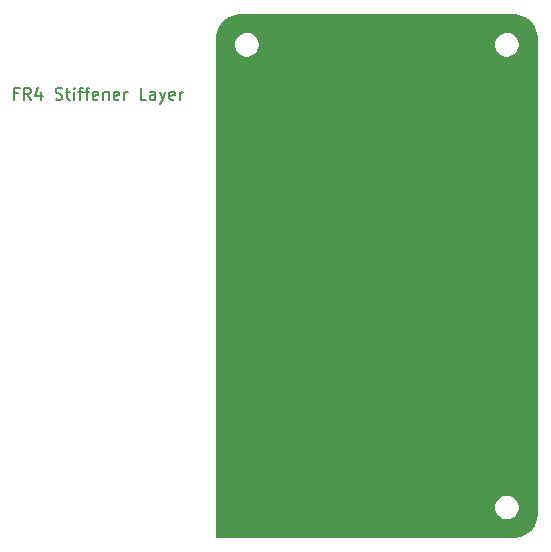
<source format=gbr>
G04 #@! TF.GenerationSoftware,KiCad,Pcbnew,9.0.3*
G04 #@! TF.CreationDate,2025-08-04T00:30:31-07:00*
G04 #@! TF.ProjectId,OneBoardFlex,4f6e6542-6f61-4726-9446-6c65782e6b69,rev?*
G04 #@! TF.SameCoordinates,Original*
G04 #@! TF.FileFunction,Other,User*
%FSLAX46Y46*%
G04 Gerber Fmt 4.6, Leading zero omitted, Abs format (unit mm)*
G04 Created by KiCad (PCBNEW 9.0.3) date 2025-08-04 00:30:31*
%MOMM*%
%LPD*%
G01*
G04 APERTURE LIST*
%ADD10C,0.150000*%
G04 APERTURE END LIST*
D10*
X162341112Y-72955209D02*
X162007779Y-72955209D01*
X162007779Y-73479019D02*
X162007779Y-72479019D01*
X162007779Y-72479019D02*
X162483969Y-72479019D01*
X163436350Y-73479019D02*
X163103017Y-73002828D01*
X162864922Y-73479019D02*
X162864922Y-72479019D01*
X162864922Y-72479019D02*
X163245874Y-72479019D01*
X163245874Y-72479019D02*
X163341112Y-72526638D01*
X163341112Y-72526638D02*
X163388731Y-72574257D01*
X163388731Y-72574257D02*
X163436350Y-72669495D01*
X163436350Y-72669495D02*
X163436350Y-72812352D01*
X163436350Y-72812352D02*
X163388731Y-72907590D01*
X163388731Y-72907590D02*
X163341112Y-72955209D01*
X163341112Y-72955209D02*
X163245874Y-73002828D01*
X163245874Y-73002828D02*
X162864922Y-73002828D01*
X164293493Y-72812352D02*
X164293493Y-73479019D01*
X164055398Y-72431400D02*
X163817303Y-73145685D01*
X163817303Y-73145685D02*
X164436350Y-73145685D01*
X165531589Y-73431400D02*
X165674446Y-73479019D01*
X165674446Y-73479019D02*
X165912541Y-73479019D01*
X165912541Y-73479019D02*
X166007779Y-73431400D01*
X166007779Y-73431400D02*
X166055398Y-73383780D01*
X166055398Y-73383780D02*
X166103017Y-73288542D01*
X166103017Y-73288542D02*
X166103017Y-73193304D01*
X166103017Y-73193304D02*
X166055398Y-73098066D01*
X166055398Y-73098066D02*
X166007779Y-73050447D01*
X166007779Y-73050447D02*
X165912541Y-73002828D01*
X165912541Y-73002828D02*
X165722065Y-72955209D01*
X165722065Y-72955209D02*
X165626827Y-72907590D01*
X165626827Y-72907590D02*
X165579208Y-72859971D01*
X165579208Y-72859971D02*
X165531589Y-72764733D01*
X165531589Y-72764733D02*
X165531589Y-72669495D01*
X165531589Y-72669495D02*
X165579208Y-72574257D01*
X165579208Y-72574257D02*
X165626827Y-72526638D01*
X165626827Y-72526638D02*
X165722065Y-72479019D01*
X165722065Y-72479019D02*
X165960160Y-72479019D01*
X165960160Y-72479019D02*
X166103017Y-72526638D01*
X166388732Y-72812352D02*
X166769684Y-72812352D01*
X166531589Y-72479019D02*
X166531589Y-73336161D01*
X166531589Y-73336161D02*
X166579208Y-73431400D01*
X166579208Y-73431400D02*
X166674446Y-73479019D01*
X166674446Y-73479019D02*
X166769684Y-73479019D01*
X167103018Y-73479019D02*
X167103018Y-72812352D01*
X167103018Y-72479019D02*
X167055399Y-72526638D01*
X167055399Y-72526638D02*
X167103018Y-72574257D01*
X167103018Y-72574257D02*
X167150637Y-72526638D01*
X167150637Y-72526638D02*
X167103018Y-72479019D01*
X167103018Y-72479019D02*
X167103018Y-72574257D01*
X167436351Y-72812352D02*
X167817303Y-72812352D01*
X167579208Y-73479019D02*
X167579208Y-72621876D01*
X167579208Y-72621876D02*
X167626827Y-72526638D01*
X167626827Y-72526638D02*
X167722065Y-72479019D01*
X167722065Y-72479019D02*
X167817303Y-72479019D01*
X168007780Y-72812352D02*
X168388732Y-72812352D01*
X168150637Y-73479019D02*
X168150637Y-72621876D01*
X168150637Y-72621876D02*
X168198256Y-72526638D01*
X168198256Y-72526638D02*
X168293494Y-72479019D01*
X168293494Y-72479019D02*
X168388732Y-72479019D01*
X169103018Y-73431400D02*
X169007780Y-73479019D01*
X169007780Y-73479019D02*
X168817304Y-73479019D01*
X168817304Y-73479019D02*
X168722066Y-73431400D01*
X168722066Y-73431400D02*
X168674447Y-73336161D01*
X168674447Y-73336161D02*
X168674447Y-72955209D01*
X168674447Y-72955209D02*
X168722066Y-72859971D01*
X168722066Y-72859971D02*
X168817304Y-72812352D01*
X168817304Y-72812352D02*
X169007780Y-72812352D01*
X169007780Y-72812352D02*
X169103018Y-72859971D01*
X169103018Y-72859971D02*
X169150637Y-72955209D01*
X169150637Y-72955209D02*
X169150637Y-73050447D01*
X169150637Y-73050447D02*
X168674447Y-73145685D01*
X169579209Y-72812352D02*
X169579209Y-73479019D01*
X169579209Y-72907590D02*
X169626828Y-72859971D01*
X169626828Y-72859971D02*
X169722066Y-72812352D01*
X169722066Y-72812352D02*
X169864923Y-72812352D01*
X169864923Y-72812352D02*
X169960161Y-72859971D01*
X169960161Y-72859971D02*
X170007780Y-72955209D01*
X170007780Y-72955209D02*
X170007780Y-73479019D01*
X170864923Y-73431400D02*
X170769685Y-73479019D01*
X170769685Y-73479019D02*
X170579209Y-73479019D01*
X170579209Y-73479019D02*
X170483971Y-73431400D01*
X170483971Y-73431400D02*
X170436352Y-73336161D01*
X170436352Y-73336161D02*
X170436352Y-72955209D01*
X170436352Y-72955209D02*
X170483971Y-72859971D01*
X170483971Y-72859971D02*
X170579209Y-72812352D01*
X170579209Y-72812352D02*
X170769685Y-72812352D01*
X170769685Y-72812352D02*
X170864923Y-72859971D01*
X170864923Y-72859971D02*
X170912542Y-72955209D01*
X170912542Y-72955209D02*
X170912542Y-73050447D01*
X170912542Y-73050447D02*
X170436352Y-73145685D01*
X171341114Y-73479019D02*
X171341114Y-72812352D01*
X171341114Y-73002828D02*
X171388733Y-72907590D01*
X171388733Y-72907590D02*
X171436352Y-72859971D01*
X171436352Y-72859971D02*
X171531590Y-72812352D01*
X171531590Y-72812352D02*
X171626828Y-72812352D01*
X173198257Y-73479019D02*
X172722067Y-73479019D01*
X172722067Y-73479019D02*
X172722067Y-72479019D01*
X173960162Y-73479019D02*
X173960162Y-72955209D01*
X173960162Y-72955209D02*
X173912543Y-72859971D01*
X173912543Y-72859971D02*
X173817305Y-72812352D01*
X173817305Y-72812352D02*
X173626829Y-72812352D01*
X173626829Y-72812352D02*
X173531591Y-72859971D01*
X173960162Y-73431400D02*
X173864924Y-73479019D01*
X173864924Y-73479019D02*
X173626829Y-73479019D01*
X173626829Y-73479019D02*
X173531591Y-73431400D01*
X173531591Y-73431400D02*
X173483972Y-73336161D01*
X173483972Y-73336161D02*
X173483972Y-73240923D01*
X173483972Y-73240923D02*
X173531591Y-73145685D01*
X173531591Y-73145685D02*
X173626829Y-73098066D01*
X173626829Y-73098066D02*
X173864924Y-73098066D01*
X173864924Y-73098066D02*
X173960162Y-73050447D01*
X174341115Y-72812352D02*
X174579210Y-73479019D01*
X174817305Y-72812352D02*
X174579210Y-73479019D01*
X174579210Y-73479019D02*
X174483972Y-73717114D01*
X174483972Y-73717114D02*
X174436353Y-73764733D01*
X174436353Y-73764733D02*
X174341115Y-73812352D01*
X175579210Y-73431400D02*
X175483972Y-73479019D01*
X175483972Y-73479019D02*
X175293496Y-73479019D01*
X175293496Y-73479019D02*
X175198258Y-73431400D01*
X175198258Y-73431400D02*
X175150639Y-73336161D01*
X175150639Y-73336161D02*
X175150639Y-72955209D01*
X175150639Y-72955209D02*
X175198258Y-72859971D01*
X175198258Y-72859971D02*
X175293496Y-72812352D01*
X175293496Y-72812352D02*
X175483972Y-72812352D01*
X175483972Y-72812352D02*
X175579210Y-72859971D01*
X175579210Y-72859971D02*
X175626829Y-72955209D01*
X175626829Y-72955209D02*
X175626829Y-73050447D01*
X175626829Y-73050447D02*
X175150639Y-73145685D01*
X176055401Y-73479019D02*
X176055401Y-72812352D01*
X176055401Y-73002828D02*
X176103020Y-72907590D01*
X176103020Y-72907590D02*
X176150639Y-72859971D01*
X176150639Y-72859971D02*
X176245877Y-72812352D01*
X176245877Y-72812352D02*
X176341115Y-72812352D01*
G36*
X204341121Y-66250020D02*
G01*
X204475100Y-66252409D01*
X204490536Y-66253651D01*
X204756897Y-66291948D01*
X204774185Y-66295709D01*
X205031311Y-66371208D01*
X205047887Y-66377391D01*
X205291654Y-66488715D01*
X205307183Y-66497194D01*
X205532624Y-66642077D01*
X205546787Y-66652679D01*
X205749317Y-66828172D01*
X205761827Y-66840682D01*
X205937320Y-67043212D01*
X205947922Y-67057375D01*
X206092805Y-67282816D01*
X206101284Y-67298345D01*
X206212608Y-67542112D01*
X206218791Y-67558688D01*
X206294290Y-67815814D01*
X206298051Y-67833102D01*
X206336348Y-68099463D01*
X206337590Y-68114898D01*
X206339980Y-68248877D01*
X206340000Y-68251089D01*
X206340000Y-108588910D01*
X206339980Y-108591122D01*
X206337590Y-108725101D01*
X206336348Y-108740536D01*
X206298051Y-109006897D01*
X206294290Y-109024185D01*
X206218791Y-109281311D01*
X206212608Y-109297887D01*
X206101284Y-109541654D01*
X206092805Y-109557183D01*
X205947922Y-109782624D01*
X205937320Y-109796787D01*
X205761827Y-109999317D01*
X205749317Y-110011827D01*
X205546787Y-110187320D01*
X205532624Y-110197922D01*
X205307183Y-110342805D01*
X205291654Y-110351284D01*
X205047887Y-110462608D01*
X205031311Y-110468791D01*
X204774185Y-110544290D01*
X204756897Y-110548051D01*
X204490536Y-110586348D01*
X204475101Y-110587590D01*
X204341122Y-110589980D01*
X204338910Y-110590000D01*
X179194000Y-110590000D01*
X179126961Y-110570315D01*
X179081206Y-110517511D01*
X179070000Y-110466000D01*
X179070000Y-108004214D01*
X202751636Y-108004214D01*
X202772157Y-108206033D01*
X202832883Y-108399578D01*
X202832890Y-108399593D01*
X202931332Y-108576952D01*
X202931335Y-108576957D01*
X203063469Y-108730874D01*
X203063470Y-108730876D01*
X203223882Y-108855043D01*
X203406012Y-108944383D01*
X203602396Y-108995230D01*
X203602393Y-108995230D01*
X203804994Y-109005505D01*
X203804996Y-109005505D01*
X204005508Y-108974787D01*
X204005514Y-108974786D01*
X204195736Y-108904336D01*
X204195743Y-108904333D01*
X204367899Y-108797027D01*
X204514929Y-108657265D01*
X204630814Y-108490768D01*
X204710814Y-108304347D01*
X204751649Y-108105638D01*
X204754214Y-108004228D01*
X204754214Y-108004199D01*
X204751649Y-107902789D01*
X204710814Y-107704080D01*
X204630814Y-107517659D01*
X204514929Y-107351162D01*
X204367899Y-107211400D01*
X204195743Y-107104094D01*
X204195736Y-107104091D01*
X204005514Y-107033641D01*
X204005508Y-107033640D01*
X203804995Y-107002922D01*
X203602395Y-107013197D01*
X203406012Y-107064044D01*
X203223882Y-107153384D01*
X203063470Y-107277551D01*
X203063469Y-107277553D01*
X202931335Y-107431470D01*
X202931332Y-107431475D01*
X202832890Y-107608834D01*
X202832883Y-107608849D01*
X202772157Y-107802394D01*
X202751636Y-108004214D01*
X179070000Y-108004214D01*
X179070000Y-98822140D01*
X179079439Y-98774687D01*
X179089255Y-98750987D01*
X179089257Y-98750979D01*
X179127591Y-98558261D01*
X179127592Y-98558252D01*
X179130000Y-98459992D01*
X179130000Y-68835786D01*
X180713209Y-68835786D01*
X180733730Y-69037605D01*
X180794456Y-69231150D01*
X180794463Y-69231165D01*
X180892905Y-69408524D01*
X180892908Y-69408529D01*
X181025042Y-69562446D01*
X181025043Y-69562448D01*
X181185455Y-69686615D01*
X181367585Y-69775955D01*
X181563969Y-69826802D01*
X181563966Y-69826802D01*
X181766567Y-69837077D01*
X181766569Y-69837077D01*
X181967081Y-69806359D01*
X181967087Y-69806358D01*
X182157309Y-69735908D01*
X182157316Y-69735905D01*
X182329472Y-69628599D01*
X182476502Y-69488837D01*
X182592387Y-69322340D01*
X182672387Y-69135919D01*
X182713222Y-68937210D01*
X182715787Y-68835800D01*
X182715787Y-68835786D01*
X202751635Y-68835786D01*
X202772156Y-69037605D01*
X202832882Y-69231150D01*
X202832889Y-69231165D01*
X202931331Y-69408524D01*
X202931334Y-69408529D01*
X203063468Y-69562446D01*
X203063469Y-69562448D01*
X203223881Y-69686615D01*
X203406011Y-69775955D01*
X203602395Y-69826802D01*
X203602392Y-69826802D01*
X203804993Y-69837077D01*
X203804995Y-69837077D01*
X204005507Y-69806359D01*
X204005513Y-69806358D01*
X204195735Y-69735908D01*
X204195742Y-69735905D01*
X204367898Y-69628599D01*
X204514928Y-69488837D01*
X204630813Y-69322340D01*
X204710813Y-69135919D01*
X204751648Y-68937210D01*
X204754213Y-68835800D01*
X204754213Y-68835771D01*
X204751648Y-68734361D01*
X204710813Y-68535652D01*
X204630813Y-68349231D01*
X204514928Y-68182734D01*
X204367898Y-68042972D01*
X204195742Y-67935666D01*
X204195735Y-67935663D01*
X204005513Y-67865213D01*
X204005507Y-67865212D01*
X203804994Y-67834494D01*
X203602394Y-67844769D01*
X203406011Y-67895616D01*
X203223881Y-67984956D01*
X203063469Y-68109123D01*
X203063468Y-68109125D01*
X202931334Y-68263042D01*
X202931331Y-68263047D01*
X202832889Y-68440406D01*
X202832882Y-68440421D01*
X202772156Y-68633966D01*
X202751635Y-68835786D01*
X182715787Y-68835786D01*
X182715787Y-68835771D01*
X182713222Y-68734361D01*
X182672387Y-68535652D01*
X182592387Y-68349231D01*
X182476502Y-68182734D01*
X182329472Y-68042972D01*
X182157316Y-67935666D01*
X182157309Y-67935663D01*
X181967087Y-67865213D01*
X181967081Y-67865212D01*
X181766568Y-67834494D01*
X181563968Y-67844769D01*
X181367585Y-67895616D01*
X181185455Y-67984956D01*
X181025043Y-68109123D01*
X181025042Y-68109125D01*
X180892908Y-68263042D01*
X180892905Y-68263047D01*
X180794463Y-68440406D01*
X180794456Y-68440421D01*
X180733730Y-68633966D01*
X180713209Y-68835786D01*
X179130000Y-68835786D01*
X179130000Y-68251089D01*
X179130020Y-68248878D01*
X179132409Y-68114899D01*
X179133651Y-68099463D01*
X179171948Y-67833102D01*
X179175709Y-67815814D01*
X179251208Y-67558688D01*
X179257391Y-67542112D01*
X179368715Y-67298345D01*
X179377194Y-67282816D01*
X179522077Y-67057375D01*
X179532679Y-67043212D01*
X179708172Y-66840682D01*
X179720682Y-66828172D01*
X179923212Y-66652679D01*
X179937375Y-66642077D01*
X180162816Y-66497194D01*
X180178345Y-66488715D01*
X180422112Y-66377391D01*
X180438688Y-66371208D01*
X180695814Y-66295709D01*
X180713102Y-66291948D01*
X180979463Y-66253651D01*
X180994899Y-66252409D01*
X181128879Y-66250020D01*
X181131090Y-66250000D01*
X204338910Y-66250000D01*
X204341121Y-66250020D01*
G37*
M02*

</source>
